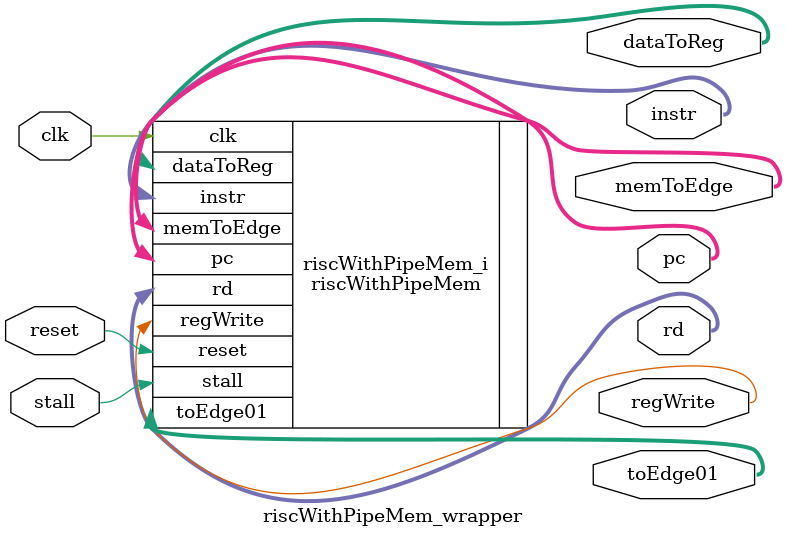
<source format=v>
`timescale 1 ps / 1 ps

module riscWithPipeMem_wrapper
   (clk,
    dataToReg,
    instr,
    memToEdge,
    pc,
    rd,
    regWrite,
    reset,
    stall,
    toEdge01);
  input clk;
  output [31:0]dataToReg;
  output [31:0]instr;
  output [31:0]memToEdge;
  output [31:0]pc;
  output [4:0]rd;
  output regWrite;
  input reset;
  input stall;
  output [31:0]toEdge01;

  wire clk;
  wire [31:0]dataToReg;
  wire [31:0]instr;
  wire [31:0]memToEdge;
  wire [31:0]pc;
  wire [4:0]rd;
  wire regWrite;
  wire reset;
  wire stall;
  wire [31:0]toEdge01;

  riscWithPipeMem riscWithPipeMem_i
       (.clk(clk),
        .dataToReg(dataToReg),
        .instr(instr),
        .memToEdge(memToEdge),
        .pc(pc),
        .rd(rd),
        .regWrite(regWrite),
        .reset(reset),
        .stall(stall),
        .toEdge01(toEdge01));
endmodule

</source>
